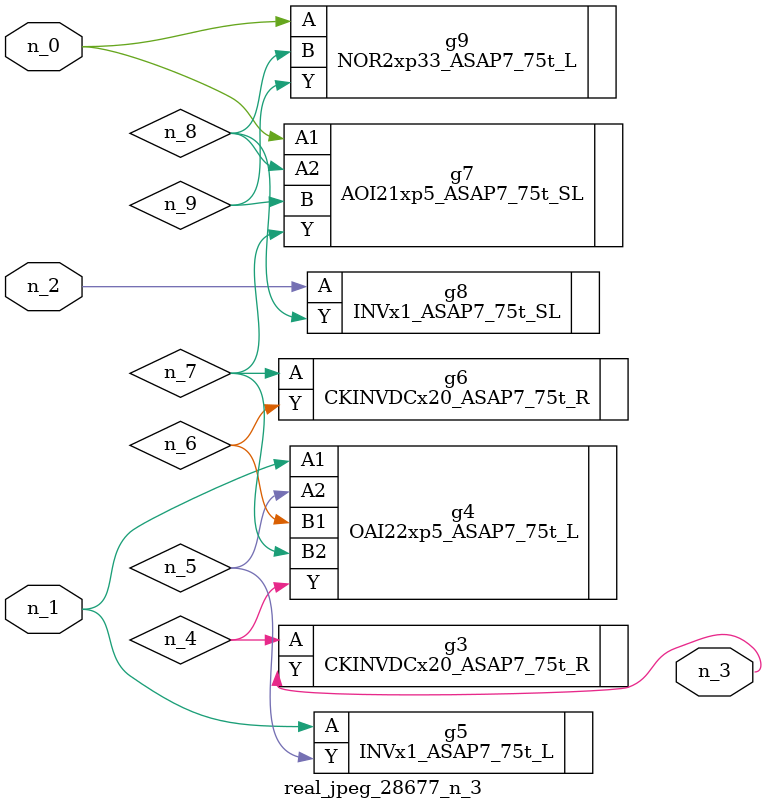
<source format=v>
module real_jpeg_28677_n_3 (n_1, n_0, n_2, n_3);

input n_1;
input n_0;
input n_2;

output n_3;

wire n_5;
wire n_8;
wire n_4;
wire n_6;
wire n_7;
wire n_9;

AOI21xp5_ASAP7_75t_SL g7 ( 
.A1(n_0),
.A2(n_8),
.B(n_9),
.Y(n_7)
);

NOR2xp33_ASAP7_75t_L g9 ( 
.A(n_0),
.B(n_8),
.Y(n_9)
);

OAI22xp5_ASAP7_75t_L g4 ( 
.A1(n_1),
.A2(n_5),
.B1(n_6),
.B2(n_7),
.Y(n_4)
);

INVx1_ASAP7_75t_L g5 ( 
.A(n_1),
.Y(n_5)
);

INVx1_ASAP7_75t_SL g8 ( 
.A(n_2),
.Y(n_8)
);

CKINVDCx20_ASAP7_75t_R g3 ( 
.A(n_4),
.Y(n_3)
);

CKINVDCx20_ASAP7_75t_R g6 ( 
.A(n_7),
.Y(n_6)
);


endmodule
</source>
